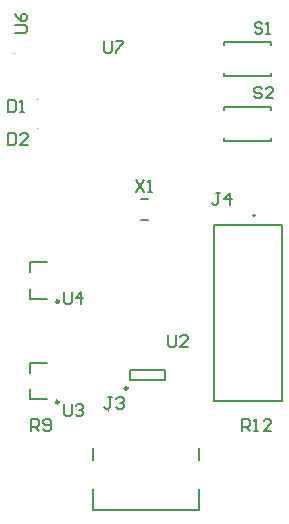
<source format=gto>
G04*
G04 #@! TF.GenerationSoftware,Altium Limited,Altium Designer,25.8.1 (18)*
G04*
G04 Layer_Color=65535*
%FSLAX25Y25*%
%MOIN*%
G70*
G04*
G04 #@! TF.SameCoordinates,D775D7AA-2E8E-4D3B-9509-54632A005B4D*
G04*
G04*
G04 #@! TF.FilePolarity,Positive*
G04*
G01*
G75*
%ADD10C,0.00787*%
%ADD11C,0.00394*%
%ADD12C,0.00984*%
%ADD13C,0.00500*%
%ADD14C,0.00602*%
D10*
X227854Y139764D02*
G03*
X227854Y139764I-394J0D01*
G01*
X189664Y145177D02*
X192026D01*
X189664Y138287D02*
X192026D01*
X152953Y112008D02*
X158465D01*
X152953D02*
Y115354D01*
Y124213D02*
X158465D01*
X152953Y120866D02*
Y124213D01*
X173957Y58327D02*
Y62264D01*
Y41472D02*
Y48484D01*
Y41472D02*
X209154D01*
Y48484D01*
Y58327D02*
Y62264D01*
X152953Y78543D02*
X158465D01*
X152953D02*
Y81890D01*
Y90748D02*
X158465D01*
X152953Y87401D02*
Y90748D01*
X186024Y88386D02*
X197835D01*
X186024Y84842D02*
X197835D01*
Y88386D01*
X186024Y84842D02*
Y88386D01*
D11*
X147835Y193898D02*
G03*
X147835Y193898I-197J0D01*
G01*
X155398Y178570D02*
G03*
X155398Y178570I-197J0D01*
G01*
Y168728D02*
G03*
X155398Y168728I-197J0D01*
G01*
X178957Y74457D02*
G03*
X178957Y74850I0J197D01*
G01*
D02*
G03*
X178957Y74457I0J-197D01*
G01*
D12*
X162402Y111024D02*
G03*
X162402Y111024I-492J0D01*
G01*
Y77559D02*
G03*
X162402Y77559I-492J0D01*
G01*
X185335Y82087D02*
G03*
X185335Y82087I-492J0D01*
G01*
D13*
X214075Y77953D02*
Y136614D01*
X236713D01*
Y77953D02*
Y136614D01*
X214075Y77953D02*
X236713D01*
X217520Y164567D02*
Y165472D01*
Y175079D02*
Y175984D01*
X233268Y164567D02*
Y165472D01*
Y175079D02*
Y175984D01*
X217520Y164567D02*
X233268D01*
X217520Y175984D02*
X233268D01*
X217520Y186221D02*
Y187126D01*
Y196732D02*
Y197638D01*
X233268Y186221D02*
Y187126D01*
Y196732D02*
Y197638D01*
X217520Y186221D02*
X233268D01*
X217520Y197638D02*
X233268D01*
D14*
X216224Y147136D02*
X214912D01*
X215568D01*
Y143856D01*
X214912Y143200D01*
X214256D01*
X213600Y143856D01*
X219504Y143200D02*
Y147136D01*
X217536Y145168D01*
X220160D01*
X177409Y197858D02*
Y194578D01*
X178065Y193922D01*
X179377D01*
X180033Y194578D01*
Y197858D01*
X181345D02*
X183969D01*
Y197202D01*
X181345Y194578D01*
Y193922D01*
X188231Y151519D02*
X190854Y147583D01*
Y151519D02*
X188231Y147583D01*
X192166D02*
X193478D01*
X192822D01*
Y151519D01*
X192166Y150863D01*
X147812Y200523D02*
X151091D01*
X151747Y201179D01*
Y202491D01*
X151091Y203147D01*
X147812D01*
Y207083D02*
X148468Y205771D01*
X149779Y204459D01*
X151091D01*
X151747Y205115D01*
Y206427D01*
X151091Y207083D01*
X150435D01*
X149779Y206427D01*
Y204459D01*
X164043Y114173D02*
Y110893D01*
X164699Y110237D01*
X166011D01*
X166667Y110893D01*
Y114173D01*
X169947Y110237D02*
Y114173D01*
X167979Y112205D01*
X170603D01*
X164043Y76771D02*
Y73491D01*
X164699Y72835D01*
X166011D01*
X166667Y73491D01*
Y76771D01*
X167979Y76115D02*
X168635Y76771D01*
X169947D01*
X170603Y76115D01*
Y75459D01*
X169947Y74803D01*
X169291D01*
X169947D01*
X170603Y74147D01*
Y73491D01*
X169947Y72835D01*
X168635D01*
X167979Y73491D01*
X198909Y99936D02*
Y96657D01*
X199565Y96001D01*
X200877D01*
X201533Y96657D01*
Y99936D01*
X205469Y96001D02*
X202845D01*
X205469Y98624D01*
Y99280D01*
X204813Y99936D01*
X203501D01*
X202845Y99280D01*
X230017Y182044D02*
X229361Y182700D01*
X228049D01*
X227394Y182044D01*
Y181388D01*
X228049Y180732D01*
X229361D01*
X230017Y180076D01*
Y179420D01*
X229361Y178764D01*
X228049D01*
X227394Y179420D01*
X233953Y178764D02*
X231329D01*
X233953Y181388D01*
Y182044D01*
X233297Y182700D01*
X231985D01*
X231329Y182044D01*
X230279Y203599D02*
X229624Y204255D01*
X228312D01*
X227656Y203599D01*
Y202943D01*
X228312Y202287D01*
X229624D01*
X230279Y201631D01*
Y200975D01*
X229624Y200320D01*
X228312D01*
X227656Y200975D01*
X231592Y200320D02*
X232903D01*
X232247D01*
Y204255D01*
X231592Y203599D01*
X223427Y67914D02*
Y71850D01*
X225395D01*
X226051Y71194D01*
Y69882D01*
X225395Y69226D01*
X223427D01*
X224739D02*
X226051Y67914D01*
X227362D02*
X228674D01*
X228018D01*
Y71850D01*
X227362Y71194D01*
X233266Y67914D02*
X230642D01*
X233266Y70538D01*
Y71194D01*
X232610Y71850D01*
X231298D01*
X230642Y71194D01*
X153216Y67914D02*
Y71850D01*
X155184D01*
X155840Y71194D01*
Y69882D01*
X155184Y69226D01*
X153216D01*
X154528D02*
X155840Y67914D01*
X157152Y68570D02*
X157808Y67914D01*
X159120D01*
X159776Y68570D01*
Y71194D01*
X159120Y71850D01*
X157808D01*
X157152Y71194D01*
Y70538D01*
X157808Y69882D01*
X159776D01*
X180053Y79133D02*
X178741D01*
X179397D01*
Y75853D01*
X178741Y75197D01*
X178085D01*
X177429Y75853D01*
X181365Y78477D02*
X182021Y79133D01*
X183333D01*
X183988Y78477D01*
Y77821D01*
X183333Y77165D01*
X182676D01*
X183333D01*
X183988Y76509D01*
Y75853D01*
X183333Y75197D01*
X182021D01*
X181365Y75853D01*
X145539Y167322D02*
Y163386D01*
X147507D01*
X148163Y164042D01*
Y166666D01*
X147507Y167322D01*
X145539D01*
X152099Y163386D02*
X149475D01*
X152099Y166010D01*
Y166666D01*
X151443Y167322D01*
X150131D01*
X149475Y166666D01*
X145408Y178346D02*
Y174410D01*
X147376D01*
X148031Y175066D01*
Y177690D01*
X147376Y178346D01*
X145408D01*
X149343Y174410D02*
X150655D01*
X149999D01*
Y178346D01*
X149343Y177690D01*
M02*

</source>
